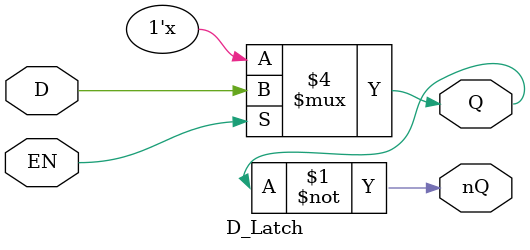
<source format=v>
`timescale 1ns / 1ps


module D_Latch(
    input EN,D,
    output reg Q,
    output nQ
    );
    assign nQ=~Q;
    always @*
    begin
        if(EN) Q=D;
        else Q=Q;
    end
endmodule

</source>
